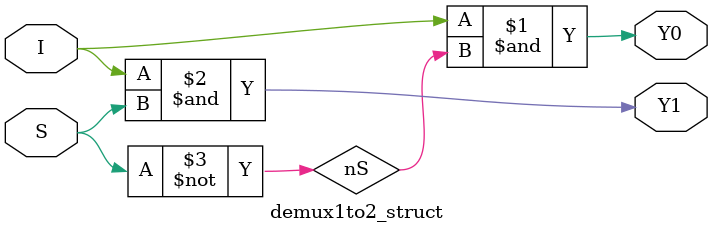
<source format=v>
module demux1to2_struct (
    input I,    
    input S,    
    output Y0, Y1
);
    wire nS;
    not (nS, S);        
    and (Y0, I, nS);    
    and (Y1, I, S);     
endmodule


</source>
